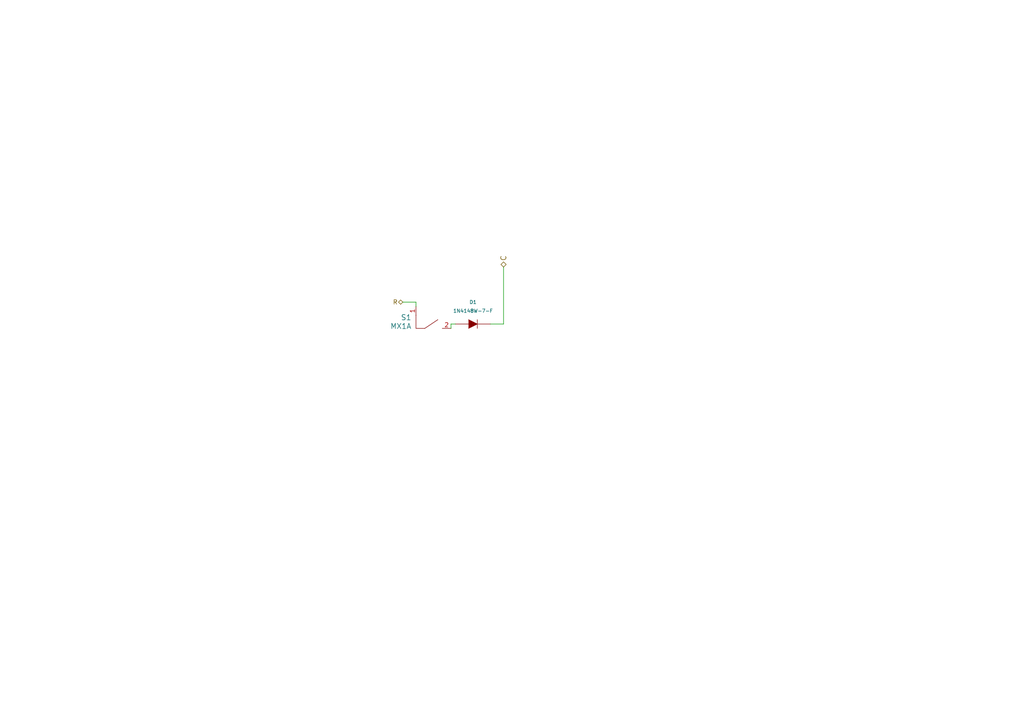
<source format=kicad_sch>
(kicad_sch (version 20230121) (generator eeschema)

  (uuid e0e1d2df-17c1-4193-95c6-feb2ccd11d24)

  (paper "A4")

  (lib_symbols
    (symbol "Amoebe_streamline:DIODE-amoeba-rescue" (pin_numbers hide) (pin_names (offset 1.016) hide) (in_bom yes) (on_board yes)
      (property "Reference" "D" (at 0 2.54 0)
        (effects (font (size 1.016 1.016)))
      )
      (property "Value" "DIODE-amoeba-rescue" (at 0 -2.54 0)
        (effects (font (size 1.016 1.016)))
      )
      (property "Footprint" "" (at 0 0 0)
        (effects (font (size 1.524 1.524)))
      )
      (property "Datasheet" "" (at 0 0 0)
        (effects (font (size 1.524 1.524)))
      )
      (property "ki_fp_filters" "D? S*" (at 0 0 0)
        (effects (font (size 1.27 1.27)) hide)
      )
      (symbol "DIODE-amoeba-rescue_0_1"
        (polyline
          (pts
            (xy 1.27 1.27)
            (xy 1.27 -1.27)
          )
          (stroke (width 0.1524) (type solid))
          (fill (type none))
        )
        (polyline
          (pts
            (xy -1.27 1.27)
            (xy 1.27 0)
            (xy -1.27 -1.27)
          )
          (stroke (width 0) (type solid))
          (fill (type outline))
        )
      )
      (symbol "DIODE-amoeba-rescue_1_1"
        (pin passive line (at -5.08 0 0) (length 3.81)
          (name "A" (effects (font (size 1.016 1.016))))
          (number "1" (effects (font (size 1.016 1.016))))
        )
        (pin passive line (at 5.08 0 180) (length 3.81)
          (name "K" (effects (font (size 1.016 1.016))))
          (number "2" (effects (font (size 1.016 1.016))))
        )
      )
    )
    (symbol "Amoebe_streamline:MX1A-amoeba-rescue" (pin_names (offset 1.016)) (in_bom yes) (on_board yes)
      (property "Reference" "S" (at -3.81 6.35 0)
        (effects (font (size 1.524 1.524)))
      )
      (property "Value" "MX1A-amoeba-rescue" (at 0 2.54 0)
        (effects (font (size 1.524 1.524)))
      )
      (property "Footprint" "" (at 0 0 0)
        (effects (font (size 1.524 1.524)))
      )
      (property "Datasheet" "" (at 0 0 0)
        (effects (font (size 1.524 1.524)))
      )
      (symbol "MX1A-amoeba-rescue_0_1"
        (polyline
          (pts
            (xy -2.54 3.81)
            (xy 1.27 6.35)
          )
          (stroke (width 0) (type solid))
          (fill (type none))
        )
        (polyline
          (pts
            (xy -5.08 7.62)
            (xy -5.08 3.81)
            (xy -2.54 3.81)
          )
          (stroke (width 0) (type solid))
          (fill (type none))
        )
      )
      (symbol "MX1A-amoeba-rescue_1_1"
        (pin passive line (at -5.08 10.16 270) (length 2.54)
          (name "~" (effects (font (size 1.27 1.27))))
          (number "1" (effects (font (size 1.27 1.27))))
        )
        (pin passive line (at 5.08 3.81 180) (length 2.54)
          (name "~" (effects (font (size 1.27 1.27))))
          (number "2" (effects (font (size 1.27 1.27))))
        )
      )
    )
  )


  (wire (pts (xy 130.81 93.98) (xy 130.81 95.25))
    (stroke (width 0) (type default))
    (uuid 20a476e6-500f-4a3c-b288-58a137c8cc2a)
  )
  (wire (pts (xy 142.24 93.98) (xy 146.05 93.98))
    (stroke (width 0) (type default))
    (uuid 3dafd685-72f3-41b7-9a2a-13f4ada770b2)
  )
  (wire (pts (xy 116.84 87.63) (xy 120.65 87.63))
    (stroke (width 0) (type default))
    (uuid 5c8fc468-74af-4857-88e8-d5589a342c48)
  )
  (wire (pts (xy 146.05 93.98) (xy 146.05 77.47))
    (stroke (width 0) (type default))
    (uuid b19773e7-ff50-4546-93bd-75ffe244b6e8)
  )
  (wire (pts (xy 120.65 88.9) (xy 120.65 87.63))
    (stroke (width 0) (type default))
    (uuid cb9fd953-4ea1-479c-9a10-30027f670af5)
  )
  (wire (pts (xy 130.81 93.98) (xy 132.08 93.98))
    (stroke (width 0) (type default))
    (uuid defa5d8b-b594-4f7c-b64d-634fbbc7e60e)
  )

  (hierarchical_label "C" (shape bidirectional) (at 146.05 77.47 90) (fields_autoplaced)
    (effects (font (size 1.524 1.524)) (justify left))
    (uuid 424c7cd5-fdc8-4322-b7dd-d3a728b4a364)
  )
  (hierarchical_label "R" (shape bidirectional) (at 116.84 87.63 180) (fields_autoplaced)
    (effects (font (size 1.27 1.27)) (justify right))
    (uuid 67946f4a-d45f-4b71-ae5d-aa2915aa832e)
  )

  (symbol (lib_id "Amoebe_streamline:MX1A-amoeba-rescue") (at 125.73 99.06 0) (unit 1)
    (in_bom yes) (on_board yes) (dnp no) (fields_autoplaced)
    (uuid 093c8a15-fc8b-43db-ab34-fe17ade63f85)
    (property "Reference" "S1" (at 119.38 92.075 0)
      (effects (font (size 1.524 1.524)) (justify right))
    )
    (property "Value" "MX1A" (at 119.38 94.615 0)
      (effects (font (size 1.524 1.524)) (justify right))
    )
    (property "Footprint" "CustomFootprints:SW_MX_reversible" (at 125.73 99.06 0)
      (effects (font (size 1.524 1.524)) hide)
    )
    (property "Datasheet" "" (at 125.73 99.06 0)
      (effects (font (size 1.524 1.524)))
    )
    (pin "1" (uuid e2d45401-98bf-4bfc-8749-041a3226baea))
    (pin "2" (uuid 9efbfdc0-ae14-4392-b059-e2ca349cefb0))
    (instances
      (project "amoebe_streamline"
        (path "/f7434787-4d52-45e0-bcf8-72783deb577d/49b013cb-3077-41ab-9637-70b1ae0af3e3/3c2a59da-68dc-4b73-8d1c-aa65a6f4a5a2"
          (reference "S1") (unit 1)
        )
      )
    )
  )

  (symbol (lib_id "Amoebe_streamline:DIODE-amoeba-rescue") (at 137.16 93.98 0) (unit 1)
    (in_bom yes) (on_board yes) (dnp no) (fields_autoplaced)
    (uuid 813e9915-87d0-4e9d-8841-d688b70f535b)
    (property "Reference" "D1" (at 137.1981 87.63 0)
      (effects (font (size 1.016 1.016)))
    )
    (property "Value" "1N4148W-7-F" (at 137.1981 90.17 0)
      (effects (font (size 1.016 1.016)))
    )
    (property "Footprint" "Diode_SMD:D_SOD-123" (at 137.16 93.98 0)
      (effects (font (size 1.524 1.524)) hide)
    )
    (property "Datasheet" "" (at 137.16 93.98 0)
      (effects (font (size 1.524 1.524)))
    )
    (pin "1" (uuid 23b15e7b-75d9-4e53-8728-12916df84d15))
    (pin "2" (uuid 4a9e2cbf-885a-4697-b6e8-718fa68f0c58))
    (instances
      (project "amoebe_streamline"
        (path "/f7434787-4d52-45e0-bcf8-72783deb577d/49b013cb-3077-41ab-9637-70b1ae0af3e3/3c2a59da-68dc-4b73-8d1c-aa65a6f4a5a2"
          (reference "D1") (unit 1)
        )
      )
    )
  )
)

</source>
